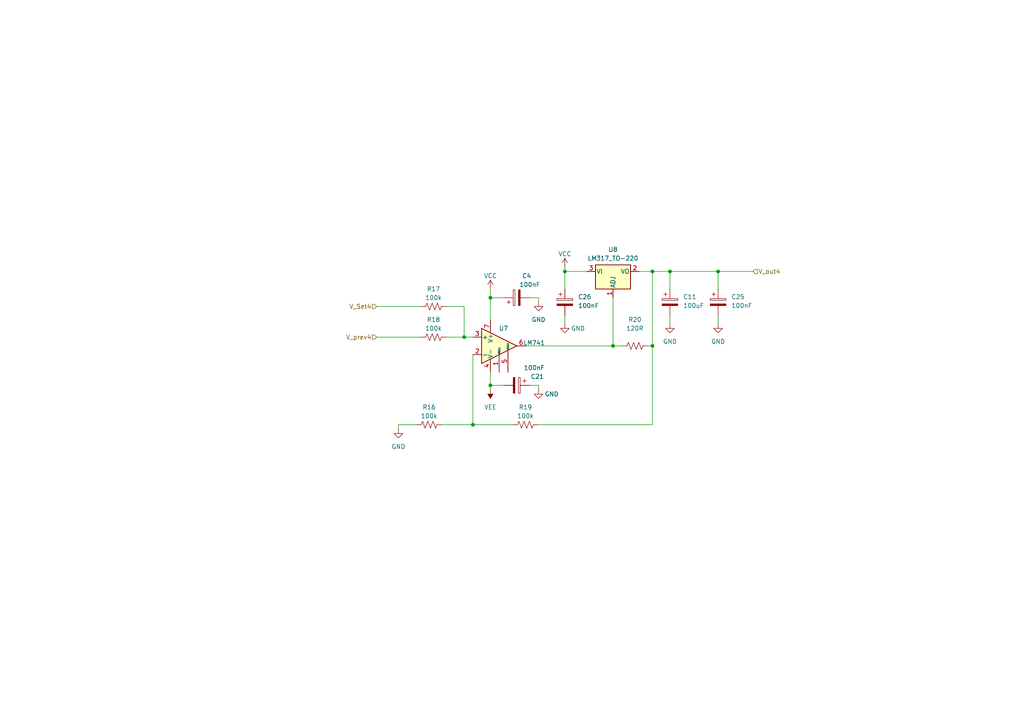
<source format=kicad_sch>
(kicad_sch
	(version 20231120)
	(generator "eeschema")
	(generator_version "8.0")
	(uuid "461d000b-cc0e-4dc2-8d75-3614a48afff0")
	(paper "A4")
	(title_block
		(company "Purdue ECET")
	)
	(lib_symbols
		(symbol "Amplifier_Operational:LM741"
			(pin_names
				(offset 0.127)
			)
			(exclude_from_sim no)
			(in_bom yes)
			(on_board yes)
			(property "Reference" "U"
				(at 0 6.35 0)
				(effects
					(font
						(size 1.27 1.27)
					)
					(justify left)
				)
			)
			(property "Value" "LM741"
				(at 0 3.81 0)
				(effects
					(font
						(size 1.27 1.27)
					)
					(justify left)
				)
			)
			(property "Footprint" ""
				(at 1.27 1.27 0)
				(effects
					(font
						(size 1.27 1.27)
					)
					(hide yes)
				)
			)
			(property "Datasheet" "http://www.ti.com/lit/ds/symlink/lm741.pdf"
				(at 3.81 3.81 0)
				(effects
					(font
						(size 1.27 1.27)
					)
					(hide yes)
				)
			)
			(property "Description" "Operational Amplifier, DIP-8/TO-99-8"
				(at 0 0 0)
				(effects
					(font
						(size 1.27 1.27)
					)
					(hide yes)
				)
			)
			(property "ki_keywords" "single opamp"
				(at 0 0 0)
				(effects
					(font
						(size 1.27 1.27)
					)
					(hide yes)
				)
			)
			(property "ki_fp_filters" "SOIC*3.9x4.9mm*P1.27mm* DIP*W7.62mm* TSSOP*3x3mm*P0.65mm*"
				(at 0 0 0)
				(effects
					(font
						(size 1.27 1.27)
					)
					(hide yes)
				)
			)
			(symbol "LM741_0_1"
				(polyline
					(pts
						(xy -5.08 5.08) (xy 5.08 0) (xy -5.08 -5.08) (xy -5.08 5.08)
					)
					(stroke
						(width 0.254)
						(type default)
					)
					(fill
						(type background)
					)
				)
			)
			(symbol "LM741_1_1"
				(pin input line
					(at 0 -7.62 90)
					(length 5.08)
					(name "NULL"
						(effects
							(font
								(size 0.508 0.508)
							)
						)
					)
					(number "1"
						(effects
							(font
								(size 1.27 1.27)
							)
						)
					)
				)
				(pin input line
					(at -7.62 -2.54 0)
					(length 2.54)
					(name "-"
						(effects
							(font
								(size 1.27 1.27)
							)
						)
					)
					(number "2"
						(effects
							(font
								(size 1.27 1.27)
							)
						)
					)
				)
				(pin input line
					(at -7.62 2.54 0)
					(length 2.54)
					(name "+"
						(effects
							(font
								(size 1.27 1.27)
							)
						)
					)
					(number "3"
						(effects
							(font
								(size 1.27 1.27)
							)
						)
					)
				)
				(pin power_in line
					(at -2.54 -7.62 90)
					(length 3.81)
					(name "V-"
						(effects
							(font
								(size 1.27 1.27)
							)
						)
					)
					(number "4"
						(effects
							(font
								(size 1.27 1.27)
							)
						)
					)
				)
				(pin input line
					(at 2.54 -7.62 90)
					(length 6.35)
					(name "NULL"
						(effects
							(font
								(size 0.508 0.508)
							)
						)
					)
					(number "5"
						(effects
							(font
								(size 1.27 1.27)
							)
						)
					)
				)
				(pin output line
					(at 7.62 0 180)
					(length 2.54)
					(name "~"
						(effects
							(font
								(size 1.27 1.27)
							)
						)
					)
					(number "6"
						(effects
							(font
								(size 1.27 1.27)
							)
						)
					)
				)
				(pin power_in line
					(at -2.54 7.62 270)
					(length 3.81)
					(name "V+"
						(effects
							(font
								(size 1.27 1.27)
							)
						)
					)
					(number "7"
						(effects
							(font
								(size 1.27 1.27)
							)
						)
					)
				)
				(pin no_connect line
					(at 0 2.54 270)
					(length 2.54) hide
					(name "NC"
						(effects
							(font
								(size 1.27 1.27)
							)
						)
					)
					(number "8"
						(effects
							(font
								(size 1.27 1.27)
							)
						)
					)
				)
			)
		)
		(symbol "Device:C_Polarized"
			(pin_numbers hide)
			(pin_names
				(offset 0.254)
			)
			(exclude_from_sim no)
			(in_bom yes)
			(on_board yes)
			(property "Reference" "C"
				(at 0.635 2.54 0)
				(effects
					(font
						(size 1.27 1.27)
					)
					(justify left)
				)
			)
			(property "Value" "C_Polarized"
				(at 0.635 -2.54 0)
				(effects
					(font
						(size 1.27 1.27)
					)
					(justify left)
				)
			)
			(property "Footprint" ""
				(at 0.9652 -3.81 0)
				(effects
					(font
						(size 1.27 1.27)
					)
					(hide yes)
				)
			)
			(property "Datasheet" "~"
				(at 0 0 0)
				(effects
					(font
						(size 1.27 1.27)
					)
					(hide yes)
				)
			)
			(property "Description" "Polarized capacitor"
				(at 0 0 0)
				(effects
					(font
						(size 1.27 1.27)
					)
					(hide yes)
				)
			)
			(property "ki_keywords" "cap capacitor"
				(at 0 0 0)
				(effects
					(font
						(size 1.27 1.27)
					)
					(hide yes)
				)
			)
			(property "ki_fp_filters" "CP_*"
				(at 0 0 0)
				(effects
					(font
						(size 1.27 1.27)
					)
					(hide yes)
				)
			)
			(symbol "C_Polarized_0_1"
				(rectangle
					(start -2.286 0.508)
					(end 2.286 1.016)
					(stroke
						(width 0)
						(type default)
					)
					(fill
						(type none)
					)
				)
				(polyline
					(pts
						(xy -1.778 2.286) (xy -0.762 2.286)
					)
					(stroke
						(width 0)
						(type default)
					)
					(fill
						(type none)
					)
				)
				(polyline
					(pts
						(xy -1.27 2.794) (xy -1.27 1.778)
					)
					(stroke
						(width 0)
						(type default)
					)
					(fill
						(type none)
					)
				)
				(rectangle
					(start 2.286 -0.508)
					(end -2.286 -1.016)
					(stroke
						(width 0)
						(type default)
					)
					(fill
						(type outline)
					)
				)
			)
			(symbol "C_Polarized_1_1"
				(pin passive line
					(at 0 3.81 270)
					(length 2.794)
					(name "~"
						(effects
							(font
								(size 1.27 1.27)
							)
						)
					)
					(number "1"
						(effects
							(font
								(size 1.27 1.27)
							)
						)
					)
				)
				(pin passive line
					(at 0 -3.81 90)
					(length 2.794)
					(name "~"
						(effects
							(font
								(size 1.27 1.27)
							)
						)
					)
					(number "2"
						(effects
							(font
								(size 1.27 1.27)
							)
						)
					)
				)
			)
		)
		(symbol "Device:R_US"
			(pin_numbers hide)
			(pin_names
				(offset 0)
			)
			(exclude_from_sim no)
			(in_bom yes)
			(on_board yes)
			(property "Reference" "R"
				(at 2.54 0 90)
				(effects
					(font
						(size 1.27 1.27)
					)
				)
			)
			(property "Value" "R_US"
				(at -2.54 0 90)
				(effects
					(font
						(size 1.27 1.27)
					)
				)
			)
			(property "Footprint" ""
				(at 1.016 -0.254 90)
				(effects
					(font
						(size 1.27 1.27)
					)
					(hide yes)
				)
			)
			(property "Datasheet" "~"
				(at 0 0 0)
				(effects
					(font
						(size 1.27 1.27)
					)
					(hide yes)
				)
			)
			(property "Description" "Resistor, US symbol"
				(at 0 0 0)
				(effects
					(font
						(size 1.27 1.27)
					)
					(hide yes)
				)
			)
			(property "ki_keywords" "R res resistor"
				(at 0 0 0)
				(effects
					(font
						(size 1.27 1.27)
					)
					(hide yes)
				)
			)
			(property "ki_fp_filters" "R_*"
				(at 0 0 0)
				(effects
					(font
						(size 1.27 1.27)
					)
					(hide yes)
				)
			)
			(symbol "R_US_0_1"
				(polyline
					(pts
						(xy 0 -2.286) (xy 0 -2.54)
					)
					(stroke
						(width 0)
						(type default)
					)
					(fill
						(type none)
					)
				)
				(polyline
					(pts
						(xy 0 2.286) (xy 0 2.54)
					)
					(stroke
						(width 0)
						(type default)
					)
					(fill
						(type none)
					)
				)
				(polyline
					(pts
						(xy 0 -0.762) (xy 1.016 -1.143) (xy 0 -1.524) (xy -1.016 -1.905) (xy 0 -2.286)
					)
					(stroke
						(width 0)
						(type default)
					)
					(fill
						(type none)
					)
				)
				(polyline
					(pts
						(xy 0 0.762) (xy 1.016 0.381) (xy 0 0) (xy -1.016 -0.381) (xy 0 -0.762)
					)
					(stroke
						(width 0)
						(type default)
					)
					(fill
						(type none)
					)
				)
				(polyline
					(pts
						(xy 0 2.286) (xy 1.016 1.905) (xy 0 1.524) (xy -1.016 1.143) (xy 0 0.762)
					)
					(stroke
						(width 0)
						(type default)
					)
					(fill
						(type none)
					)
				)
			)
			(symbol "R_US_1_1"
				(pin passive line
					(at 0 3.81 270)
					(length 1.27)
					(name "~"
						(effects
							(font
								(size 1.27 1.27)
							)
						)
					)
					(number "1"
						(effects
							(font
								(size 1.27 1.27)
							)
						)
					)
				)
				(pin passive line
					(at 0 -3.81 90)
					(length 1.27)
					(name "~"
						(effects
							(font
								(size 1.27 1.27)
							)
						)
					)
					(number "2"
						(effects
							(font
								(size 1.27 1.27)
							)
						)
					)
				)
			)
		)
		(symbol "Regulator_Linear:LM317_TO-220"
			(pin_names
				(offset 0.254)
			)
			(exclude_from_sim no)
			(in_bom yes)
			(on_board yes)
			(property "Reference" "U"
				(at -3.81 3.175 0)
				(effects
					(font
						(size 1.27 1.27)
					)
				)
			)
			(property "Value" "LM317_TO-220"
				(at 0 3.175 0)
				(effects
					(font
						(size 1.27 1.27)
					)
					(justify left)
				)
			)
			(property "Footprint" "Package_TO_SOT_THT:TO-220-3_Vertical"
				(at 0 6.35 0)
				(effects
					(font
						(size 1.27 1.27)
						(italic yes)
					)
					(hide yes)
				)
			)
			(property "Datasheet" "http://www.ti.com/lit/ds/symlink/lm317.pdf"
				(at 0 0 0)
				(effects
					(font
						(size 1.27 1.27)
					)
					(hide yes)
				)
			)
			(property "Description" "1.5A 35V Adjustable Linear Regulator, TO-220"
				(at 0 0 0)
				(effects
					(font
						(size 1.27 1.27)
					)
					(hide yes)
				)
			)
			(property "ki_keywords" "Adjustable Voltage Regulator 1A Positive"
				(at 0 0 0)
				(effects
					(font
						(size 1.27 1.27)
					)
					(hide yes)
				)
			)
			(property "ki_fp_filters" "TO?220*"
				(at 0 0 0)
				(effects
					(font
						(size 1.27 1.27)
					)
					(hide yes)
				)
			)
			(symbol "LM317_TO-220_0_1"
				(rectangle
					(start -5.08 1.905)
					(end 5.08 -5.08)
					(stroke
						(width 0.254)
						(type default)
					)
					(fill
						(type background)
					)
				)
			)
			(symbol "LM317_TO-220_1_1"
				(pin input line
					(at 0 -7.62 90)
					(length 2.54)
					(name "ADJ"
						(effects
							(font
								(size 1.27 1.27)
							)
						)
					)
					(number "1"
						(effects
							(font
								(size 1.27 1.27)
							)
						)
					)
				)
				(pin power_out line
					(at 7.62 0 180)
					(length 2.54)
					(name "VO"
						(effects
							(font
								(size 1.27 1.27)
							)
						)
					)
					(number "2"
						(effects
							(font
								(size 1.27 1.27)
							)
						)
					)
				)
				(pin power_in line
					(at -7.62 0 0)
					(length 2.54)
					(name "VI"
						(effects
							(font
								(size 1.27 1.27)
							)
						)
					)
					(number "3"
						(effects
							(font
								(size 1.27 1.27)
							)
						)
					)
				)
			)
		)
		(symbol "power:GND"
			(power)
			(pin_names
				(offset 0)
			)
			(exclude_from_sim no)
			(in_bom yes)
			(on_board yes)
			(property "Reference" "#PWR"
				(at 0 -6.35 0)
				(effects
					(font
						(size 1.27 1.27)
					)
					(hide yes)
				)
			)
			(property "Value" "GND"
				(at 0 -3.81 0)
				(effects
					(font
						(size 1.27 1.27)
					)
				)
			)
			(property "Footprint" ""
				(at 0 0 0)
				(effects
					(font
						(size 1.27 1.27)
					)
					(hide yes)
				)
			)
			(property "Datasheet" ""
				(at 0 0 0)
				(effects
					(font
						(size 1.27 1.27)
					)
					(hide yes)
				)
			)
			(property "Description" "Power symbol creates a global label with name \"GND\" , ground"
				(at 0 0 0)
				(effects
					(font
						(size 1.27 1.27)
					)
					(hide yes)
				)
			)
			(property "ki_keywords" "global power"
				(at 0 0 0)
				(effects
					(font
						(size 1.27 1.27)
					)
					(hide yes)
				)
			)
			(symbol "GND_0_1"
				(polyline
					(pts
						(xy 0 0) (xy 0 -1.27) (xy 1.27 -1.27) (xy 0 -2.54) (xy -1.27 -1.27) (xy 0 -1.27)
					)
					(stroke
						(width 0)
						(type default)
					)
					(fill
						(type none)
					)
				)
			)
			(symbol "GND_1_1"
				(pin power_in line
					(at 0 0 270)
					(length 0) hide
					(name "GND"
						(effects
							(font
								(size 1.27 1.27)
							)
						)
					)
					(number "1"
						(effects
							(font
								(size 1.27 1.27)
							)
						)
					)
				)
			)
		)
		(symbol "power:VCC"
			(power)
			(pin_names
				(offset 0)
			)
			(exclude_from_sim no)
			(in_bom yes)
			(on_board yes)
			(property "Reference" "#PWR"
				(at 0 -3.81 0)
				(effects
					(font
						(size 1.27 1.27)
					)
					(hide yes)
				)
			)
			(property "Value" "VCC"
				(at 0 3.81 0)
				(effects
					(font
						(size 1.27 1.27)
					)
				)
			)
			(property "Footprint" ""
				(at 0 0 0)
				(effects
					(font
						(size 1.27 1.27)
					)
					(hide yes)
				)
			)
			(property "Datasheet" ""
				(at 0 0 0)
				(effects
					(font
						(size 1.27 1.27)
					)
					(hide yes)
				)
			)
			(property "Description" "Power symbol creates a global label with name \"VCC\""
				(at 0 0 0)
				(effects
					(font
						(size 1.27 1.27)
					)
					(hide yes)
				)
			)
			(property "ki_keywords" "global power"
				(at 0 0 0)
				(effects
					(font
						(size 1.27 1.27)
					)
					(hide yes)
				)
			)
			(symbol "VCC_0_1"
				(polyline
					(pts
						(xy -0.762 1.27) (xy 0 2.54)
					)
					(stroke
						(width 0)
						(type default)
					)
					(fill
						(type none)
					)
				)
				(polyline
					(pts
						(xy 0 0) (xy 0 2.54)
					)
					(stroke
						(width 0)
						(type default)
					)
					(fill
						(type none)
					)
				)
				(polyline
					(pts
						(xy 0 2.54) (xy 0.762 1.27)
					)
					(stroke
						(width 0)
						(type default)
					)
					(fill
						(type none)
					)
				)
			)
			(symbol "VCC_1_1"
				(pin power_in line
					(at 0 0 90)
					(length 0) hide
					(name "VCC"
						(effects
							(font
								(size 1.27 1.27)
							)
						)
					)
					(number "1"
						(effects
							(font
								(size 1.27 1.27)
							)
						)
					)
				)
			)
		)
		(symbol "power:VEE"
			(power)
			(pin_names
				(offset 0)
			)
			(exclude_from_sim no)
			(in_bom yes)
			(on_board yes)
			(property "Reference" "#PWR"
				(at 0 -3.81 0)
				(effects
					(font
						(size 1.27 1.27)
					)
					(hide yes)
				)
			)
			(property "Value" "VEE"
				(at 0 3.81 0)
				(effects
					(font
						(size 1.27 1.27)
					)
				)
			)
			(property "Footprint" ""
				(at 0 0 0)
				(effects
					(font
						(size 1.27 1.27)
					)
					(hide yes)
				)
			)
			(property "Datasheet" ""
				(at 0 0 0)
				(effects
					(font
						(size 1.27 1.27)
					)
					(hide yes)
				)
			)
			(property "Description" "Power symbol creates a global label with name \"VEE\""
				(at 0 0 0)
				(effects
					(font
						(size 1.27 1.27)
					)
					(hide yes)
				)
			)
			(property "ki_keywords" "global power"
				(at 0 0 0)
				(effects
					(font
						(size 1.27 1.27)
					)
					(hide yes)
				)
			)
			(symbol "VEE_0_1"
				(polyline
					(pts
						(xy 0 0) (xy 0 2.54)
					)
					(stroke
						(width 0)
						(type default)
					)
					(fill
						(type none)
					)
				)
				(polyline
					(pts
						(xy 0.762 1.27) (xy -0.762 1.27) (xy 0 2.54) (xy 0.762 1.27)
					)
					(stroke
						(width 0)
						(type default)
					)
					(fill
						(type outline)
					)
				)
			)
			(symbol "VEE_1_1"
				(pin power_in line
					(at 0 0 90)
					(length 0) hide
					(name "VEE"
						(effects
							(font
								(size 1.27 1.27)
							)
						)
					)
					(number "1"
						(effects
							(font
								(size 1.27 1.27)
							)
						)
					)
				)
			)
		)
	)
	(junction
		(at 137.16 123.19)
		(diameter 0)
		(color 0 0 0 0)
		(uuid "037178c8-d764-42e0-88d1-e612d2f7bea5")
	)
	(junction
		(at 208.28 78.74)
		(diameter 0)
		(color 0 0 0 0)
		(uuid "058cde6b-994c-4b19-8363-f300971a1ad8")
	)
	(junction
		(at 189.23 78.74)
		(diameter 0)
		(color 0 0 0 0)
		(uuid "0eb43878-4e1a-4e51-9acd-89618275c124")
	)
	(junction
		(at 142.24 86.36)
		(diameter 0)
		(color 0 0 0 0)
		(uuid "2a553154-b0e6-4593-80a7-e3f5972b11ac")
	)
	(junction
		(at 177.8 100.33)
		(diameter 0)
		(color 0 0 0 0)
		(uuid "32351b88-120d-4969-9cd0-f558a78ab1c3")
	)
	(junction
		(at 134.62 97.79)
		(diameter 0)
		(color 0 0 0 0)
		(uuid "3abf1a36-5a32-47a2-863b-e33628845277")
	)
	(junction
		(at 194.31 78.74)
		(diameter 0)
		(color 0 0 0 0)
		(uuid "89bc25c5-2d7a-48c7-99b3-814802928290")
	)
	(junction
		(at 142.24 111.76)
		(diameter 0)
		(color 0 0 0 0)
		(uuid "9596337e-0218-41f2-a098-8c9100957880")
	)
	(junction
		(at 163.83 78.74)
		(diameter 0)
		(color 0 0 0 0)
		(uuid "ba9f053a-62e1-453c-b45b-e217304a1ba7")
	)
	(junction
		(at 189.23 100.33)
		(diameter 0)
		(color 0 0 0 0)
		(uuid "ea9fbcc0-feeb-4146-8375-fd8f4999cffd")
	)
	(wire
		(pts
			(xy 128.27 123.19) (xy 137.16 123.19)
		)
		(stroke
			(width 0)
			(type default)
		)
		(uuid "105a9612-5903-448e-900c-06c0272164e2")
	)
	(wire
		(pts
			(xy 189.23 123.19) (xy 189.23 100.33)
		)
		(stroke
			(width 0)
			(type default)
		)
		(uuid "10a4932f-fee7-4e77-9ed2-9a2f1ad72df3")
	)
	(wire
		(pts
			(xy 137.16 123.19) (xy 148.59 123.19)
		)
		(stroke
			(width 0)
			(type default)
		)
		(uuid "114e71ae-3e5a-445b-b999-4cf0568a61fa")
	)
	(wire
		(pts
			(xy 109.22 88.9) (xy 121.92 88.9)
		)
		(stroke
			(width 0)
			(type default)
		)
		(uuid "12aa1f91-b31d-4f98-adc7-64915e1e805a")
	)
	(wire
		(pts
			(xy 163.83 78.74) (xy 163.83 77.47)
		)
		(stroke
			(width 0)
			(type default)
		)
		(uuid "1daecd70-057f-44a8-80fd-b068072e67ac")
	)
	(wire
		(pts
			(xy 170.18 78.74) (xy 163.83 78.74)
		)
		(stroke
			(width 0)
			(type default)
		)
		(uuid "2673cee8-33bc-4c8d-9344-d124c1e3e7b6")
	)
	(wire
		(pts
			(xy 163.83 91.44) (xy 163.83 93.98)
		)
		(stroke
			(width 0)
			(type default)
		)
		(uuid "29735b3c-764b-444f-842b-f89956462054")
	)
	(wire
		(pts
			(xy 109.22 97.79) (xy 121.92 97.79)
		)
		(stroke
			(width 0)
			(type default)
		)
		(uuid "2ea4a586-e754-4ae7-8c0d-319debb22fc3")
	)
	(wire
		(pts
			(xy 194.31 91.44) (xy 194.31 93.98)
		)
		(stroke
			(width 0)
			(type default)
		)
		(uuid "33e69c39-2a09-44c7-904a-861db4c4ad38")
	)
	(wire
		(pts
			(xy 194.31 78.74) (xy 194.31 83.82)
		)
		(stroke
			(width 0)
			(type default)
		)
		(uuid "34fc2532-27f1-4d6d-9c73-5dc4572799f5")
	)
	(wire
		(pts
			(xy 156.21 113.03) (xy 156.21 111.76)
		)
		(stroke
			(width 0)
			(type default)
		)
		(uuid "3f721ee8-448b-4d69-8550-2a104c1ef69f")
	)
	(wire
		(pts
			(xy 129.54 88.9) (xy 134.62 88.9)
		)
		(stroke
			(width 0)
			(type default)
		)
		(uuid "54c78d72-4b2e-4ef5-8f5a-6b2b1252bf38")
	)
	(wire
		(pts
			(xy 177.8 86.36) (xy 177.8 100.33)
		)
		(stroke
			(width 0)
			(type default)
		)
		(uuid "5a0af0d5-f877-4f72-8838-76a390c7a43c")
	)
	(wire
		(pts
			(xy 180.34 100.33) (xy 177.8 100.33)
		)
		(stroke
			(width 0)
			(type default)
		)
		(uuid "5f454f5a-6d55-4a8e-865c-0f3ce4d85bb7")
	)
	(wire
		(pts
			(xy 115.57 123.19) (xy 115.57 124.46)
		)
		(stroke
			(width 0)
			(type default)
		)
		(uuid "600e9274-293a-4a97-922a-0d4db116d3e8")
	)
	(wire
		(pts
			(xy 142.24 86.36) (xy 142.24 92.71)
		)
		(stroke
			(width 0)
			(type default)
		)
		(uuid "69e227b7-3ba0-4bf0-b2ff-a0f02fe4f885")
	)
	(wire
		(pts
			(xy 156.21 86.36) (xy 153.67 86.36)
		)
		(stroke
			(width 0)
			(type default)
		)
		(uuid "8569d1a6-3417-4f2d-9113-9e2fea9dc939")
	)
	(wire
		(pts
			(xy 163.83 78.74) (xy 163.83 83.82)
		)
		(stroke
			(width 0)
			(type default)
		)
		(uuid "8b8b98bb-0c64-4995-8644-d7c82182edd6")
	)
	(wire
		(pts
			(xy 187.96 100.33) (xy 189.23 100.33)
		)
		(stroke
			(width 0)
			(type default)
		)
		(uuid "8bce2107-9648-4070-bf24-796007807312")
	)
	(wire
		(pts
			(xy 156.21 87.63) (xy 156.21 86.36)
		)
		(stroke
			(width 0)
			(type default)
		)
		(uuid "8d42c558-5667-41c4-b176-6241b342daad")
	)
	(wire
		(pts
			(xy 185.42 78.74) (xy 189.23 78.74)
		)
		(stroke
			(width 0)
			(type default)
		)
		(uuid "9cf32f16-e33a-4ec5-aeb8-6d39f5f3df74")
	)
	(wire
		(pts
			(xy 152.4 100.33) (xy 177.8 100.33)
		)
		(stroke
			(width 0)
			(type default)
		)
		(uuid "a0223b4d-6e27-4375-9adc-e30126457e72")
	)
	(wire
		(pts
			(xy 208.28 78.74) (xy 218.44 78.74)
		)
		(stroke
			(width 0)
			(type default)
		)
		(uuid "a44005b1-5e42-4e1c-bf0a-6a8b5a282f59")
	)
	(wire
		(pts
			(xy 142.24 111.76) (xy 142.24 113.03)
		)
		(stroke
			(width 0)
			(type default)
		)
		(uuid "af3ee51c-3670-471f-8795-540e98a862c5")
	)
	(wire
		(pts
			(xy 137.16 102.87) (xy 137.16 123.19)
		)
		(stroke
			(width 0)
			(type default)
		)
		(uuid "b30da90f-044a-4ead-89df-83a5ac2c40a6")
	)
	(wire
		(pts
			(xy 142.24 107.95) (xy 142.24 111.76)
		)
		(stroke
			(width 0)
			(type default)
		)
		(uuid "b3a16c14-ca98-4aa0-8730-8eaf0e69529b")
	)
	(wire
		(pts
			(xy 189.23 78.74) (xy 194.31 78.74)
		)
		(stroke
			(width 0)
			(type default)
		)
		(uuid "b3ed013d-172b-4b81-8e8f-baae8c662274")
	)
	(wire
		(pts
			(xy 134.62 97.79) (xy 137.16 97.79)
		)
		(stroke
			(width 0)
			(type default)
		)
		(uuid "b4da6dcc-ef77-4f45-b98d-3a1b025f8396")
	)
	(wire
		(pts
			(xy 156.21 123.19) (xy 189.23 123.19)
		)
		(stroke
			(width 0)
			(type default)
		)
		(uuid "c6993e3c-3ad2-4b01-986d-ebfe991b4d41")
	)
	(wire
		(pts
			(xy 156.21 111.76) (xy 153.67 111.76)
		)
		(stroke
			(width 0)
			(type default)
		)
		(uuid "c6c372cd-bcc7-42a1-9b52-de5e1b813a57")
	)
	(wire
		(pts
			(xy 142.24 83.82) (xy 142.24 86.36)
		)
		(stroke
			(width 0)
			(type default)
		)
		(uuid "d452ac1e-9f8c-4d9b-be25-3be6b240b456")
	)
	(wire
		(pts
			(xy 146.05 111.76) (xy 142.24 111.76)
		)
		(stroke
			(width 0)
			(type default)
		)
		(uuid "d5d425eb-8e1d-40de-bc32-e125a1d7305c")
	)
	(wire
		(pts
			(xy 208.28 78.74) (xy 208.28 83.82)
		)
		(stroke
			(width 0)
			(type default)
		)
		(uuid "d7f1d77a-cedb-4663-bff2-b288fa1c9212")
	)
	(wire
		(pts
			(xy 194.31 78.74) (xy 208.28 78.74)
		)
		(stroke
			(width 0)
			(type default)
		)
		(uuid "e67ed763-6af7-4ca5-b46e-c591dc6c70e2")
	)
	(wire
		(pts
			(xy 129.54 97.79) (xy 134.62 97.79)
		)
		(stroke
			(width 0)
			(type default)
		)
		(uuid "efcf394d-5c17-4297-89e7-5c4ba9cc8d5d")
	)
	(wire
		(pts
			(xy 189.23 78.74) (xy 189.23 100.33)
		)
		(stroke
			(width 0)
			(type default)
		)
		(uuid "f602ae34-1de4-4d43-90b6-a877250888e6")
	)
	(wire
		(pts
			(xy 208.28 91.44) (xy 208.28 93.98)
		)
		(stroke
			(width 0)
			(type default)
		)
		(uuid "f60e85b1-50a0-4993-b3a7-1e2230b5ef49")
	)
	(wire
		(pts
			(xy 120.65 123.19) (xy 115.57 123.19)
		)
		(stroke
			(width 0)
			(type default)
		)
		(uuid "fca0b7b4-3171-4d45-a71c-9224a9f27cb2")
	)
	(wire
		(pts
			(xy 134.62 88.9) (xy 134.62 97.79)
		)
		(stroke
			(width 0)
			(type default)
		)
		(uuid "fe046580-7489-4802-896e-f307633ba1b3")
	)
	(wire
		(pts
			(xy 142.24 86.36) (xy 146.05 86.36)
		)
		(stroke
			(width 0)
			(type default)
		)
		(uuid "fe06bd7d-5568-4827-9115-7708ac62ef53")
	)
	(hierarchical_label "V_Set4"
		(shape input)
		(at 109.22 88.9 180)
		(effects
			(font
				(size 1.27 1.27)
			)
			(justify right)
		)
		(uuid "159053a2-50ca-4a94-8422-aed6214db07b")
	)
	(hierarchical_label "V_prev4"
		(shape input)
		(at 109.22 97.79 180)
		(effects
			(font
				(size 1.27 1.27)
			)
			(justify right)
		)
		(uuid "87cbec00-b98f-4d95-bdb7-460f0daaac05")
	)
	(hierarchical_label "V_out4"
		(shape input)
		(at 218.44 78.74 0)
		(effects
			(font
				(size 1.27 1.27)
			)
			(justify left)
		)
		(uuid "b2ebe5ea-4ae3-47a3-a032-52fb574b15ba")
	)
	(symbol
		(lib_id "Device:R_US")
		(at 124.46 123.19 90)
		(unit 1)
		(exclude_from_sim no)
		(in_bom yes)
		(on_board yes)
		(dnp no)
		(fields_autoplaced yes)
		(uuid "0da66be4-40ae-47db-a3ab-f7c884ba5f0d")
		(property "Reference" "R16"
			(at 124.46 118.11 90)
			(effects
				(font
					(size 1.27 1.27)
				)
			)
		)
		(property "Value" "100k"
			(at 124.46 120.65 90)
			(effects
				(font
					(size 1.27 1.27)
				)
			)
		)
		(property "Footprint" "Resistor_THT:R_Axial_DIN0207_L6.3mm_D2.5mm_P10.16mm_Horizontal"
			(at 124.714 122.174 90)
			(effects
				(font
					(size 1.27 1.27)
				)
				(hide yes)
			)
		)
		(property "Datasheet" "~"
			(at 124.46 123.19 0)
			(effects
				(font
					(size 1.27 1.27)
				)
				(hide yes)
			)
		)
		(property "Description" ""
			(at 124.46 123.19 0)
			(effects
				(font
					(size 1.27 1.27)
				)
				(hide yes)
			)
		)
		(pin "1"
			(uuid "2e20211d-1f83-4978-b190-760931796535")
		)
		(pin "2"
			(uuid "dec2eb14-bafc-46e3-bc1b-01ccbb616706")
		)
		(instances
			(project "battery emulator design 0.1"
				(path "/eb54f7d9-731a-4a54-adbe-3a25c9be0c1a/02ef7e1a-6438-4479-b8f3-b0259d0fd246"
					(reference "R16")
					(unit 1)
				)
			)
		)
	)
	(symbol
		(lib_id "Device:C_Polarized")
		(at 149.86 86.36 90)
		(unit 1)
		(exclude_from_sim no)
		(in_bom yes)
		(on_board yes)
		(dnp no)
		(uuid "113db1bc-ef30-46be-a065-34f34996bee2")
		(property "Reference" "C4"
			(at 152.781 80.01 90)
			(effects
				(font
					(size 1.27 1.27)
				)
			)
		)
		(property "Value" "100nF"
			(at 153.67 82.55 90)
			(effects
				(font
					(size 1.27 1.27)
				)
			)
		)
		(property "Footprint" "Capacitor_THT:C_Disc_D3.4mm_W2.1mm_P2.50mm"
			(at 153.67 85.3948 0)
			(effects
				(font
					(size 1.27 1.27)
				)
				(hide yes)
			)
		)
		(property "Datasheet" "~"
			(at 149.86 86.36 0)
			(effects
				(font
					(size 1.27 1.27)
				)
				(hide yes)
			)
		)
		(property "Description" ""
			(at 149.86 86.36 0)
			(effects
				(font
					(size 1.27 1.27)
				)
				(hide yes)
			)
		)
		(pin "1"
			(uuid "574a4ffa-d87b-4e27-9a03-e58c4cafd4da")
		)
		(pin "2"
			(uuid "467b3d63-fdc6-4ea0-89f0-76e798199bf1")
		)
		(instances
			(project "battery emulator design 0.1"
				(path "/eb54f7d9-731a-4a54-adbe-3a25c9be0c1a/02ef7e1a-6438-4479-b8f3-b0259d0fd246"
					(reference "C4")
					(unit 1)
				)
			)
		)
	)
	(symbol
		(lib_id "power:VEE")
		(at 142.24 113.03 180)
		(unit 1)
		(exclude_from_sim no)
		(in_bom yes)
		(on_board yes)
		(dnp no)
		(fields_autoplaced yes)
		(uuid "150f82ab-9371-4740-bd80-758849a4f64b")
		(property "Reference" "#PWR018"
			(at 142.24 109.22 0)
			(effects
				(font
					(size 1.27 1.27)
				)
				(hide yes)
			)
		)
		(property "Value" "VEE"
			(at 142.24 118.11 0)
			(effects
				(font
					(size 1.27 1.27)
				)
			)
		)
		(property "Footprint" ""
			(at 142.24 113.03 0)
			(effects
				(font
					(size 1.27 1.27)
				)
				(hide yes)
			)
		)
		(property "Datasheet" ""
			(at 142.24 113.03 0)
			(effects
				(font
					(size 1.27 1.27)
				)
				(hide yes)
			)
		)
		(property "Description" ""
			(at 142.24 113.03 0)
			(effects
				(font
					(size 1.27 1.27)
				)
				(hide yes)
			)
		)
		(pin "1"
			(uuid "e17906de-b04f-4334-88e8-e945bc2e0a3e")
		)
		(instances
			(project "battery emulator design 0.1"
				(path "/eb54f7d9-731a-4a54-adbe-3a25c9be0c1a/02ef7e1a-6438-4479-b8f3-b0259d0fd246"
					(reference "#PWR018")
					(unit 1)
				)
			)
		)
	)
	(symbol
		(lib_id "Device:R_US")
		(at 125.73 88.9 90)
		(unit 1)
		(exclude_from_sim no)
		(in_bom yes)
		(on_board yes)
		(dnp no)
		(fields_autoplaced yes)
		(uuid "16ee1152-ebfe-4d52-8629-a0e2d07974ec")
		(property "Reference" "R17"
			(at 125.73 83.82 90)
			(effects
				(font
					(size 1.27 1.27)
				)
			)
		)
		(property "Value" "100k"
			(at 125.73 86.36 90)
			(effects
				(font
					(size 1.27 1.27)
				)
			)
		)
		(property "Footprint" "Resistor_THT:R_Axial_DIN0207_L6.3mm_D2.5mm_P10.16mm_Horizontal"
			(at 125.984 87.884 90)
			(effects
				(font
					(size 1.27 1.27)
				)
				(hide yes)
			)
		)
		(property "Datasheet" "~"
			(at 125.73 88.9 0)
			(effects
				(font
					(size 1.27 1.27)
				)
				(hide yes)
			)
		)
		(property "Description" ""
			(at 125.73 88.9 0)
			(effects
				(font
					(size 1.27 1.27)
				)
				(hide yes)
			)
		)
		(pin "1"
			(uuid "fe6131e2-cb9b-4a9e-8c26-50056e1fa9ac")
		)
		(pin "2"
			(uuid "9820d784-fd31-4de1-af2d-818c7a6760d8")
		)
		(instances
			(project "battery emulator design 0.1"
				(path "/eb54f7d9-731a-4a54-adbe-3a25c9be0c1a/02ef7e1a-6438-4479-b8f3-b0259d0fd246"
					(reference "R17")
					(unit 1)
				)
			)
		)
	)
	(symbol
		(lib_id "Device:C_Polarized")
		(at 163.83 87.63 0)
		(unit 1)
		(exclude_from_sim no)
		(in_bom yes)
		(on_board yes)
		(dnp no)
		(fields_autoplaced yes)
		(uuid "18ba56b6-72a3-42da-a4e7-d6e43865be78")
		(property "Reference" "C26"
			(at 167.64 86.106 0)
			(effects
				(font
					(size 1.27 1.27)
				)
				(justify left)
			)
		)
		(property "Value" "100nF"
			(at 167.64 88.646 0)
			(effects
				(font
					(size 1.27 1.27)
				)
				(justify left)
			)
		)
		(property "Footprint" "Capacitor_THT:C_Disc_D3.4mm_W2.1mm_P2.50mm"
			(at 164.7952 91.44 0)
			(effects
				(font
					(size 1.27 1.27)
				)
				(hide yes)
			)
		)
		(property "Datasheet" "~"
			(at 163.83 87.63 0)
			(effects
				(font
					(size 1.27 1.27)
				)
				(hide yes)
			)
		)
		(property "Description" ""
			(at 163.83 87.63 0)
			(effects
				(font
					(size 1.27 1.27)
				)
				(hide yes)
			)
		)
		(pin "1"
			(uuid "b559acc8-7d98-4746-8379-aa25455bb619")
		)
		(pin "2"
			(uuid "5e1d3a8c-fcb4-4337-a634-8431119bf910")
		)
		(instances
			(project "battery emulator design 0.1"
				(path "/eb54f7d9-731a-4a54-adbe-3a25c9be0c1a/02ef7e1a-6438-4479-b8f3-b0259d0fd246"
					(reference "C26")
					(unit 1)
				)
			)
		)
	)
	(symbol
		(lib_id "power:GND")
		(at 156.21 113.03 0)
		(unit 1)
		(exclude_from_sim no)
		(in_bom yes)
		(on_board yes)
		(dnp no)
		(uuid "1bb10562-06f5-47fc-8115-8773511d8303")
		(property "Reference" "#PWR048"
			(at 156.21 119.38 0)
			(effects
				(font
					(size 1.27 1.27)
				)
				(hide yes)
			)
		)
		(property "Value" "GND"
			(at 160.02 114.3 0)
			(effects
				(font
					(size 1.27 1.27)
				)
			)
		)
		(property "Footprint" ""
			(at 156.21 113.03 0)
			(effects
				(font
					(size 1.27 1.27)
				)
				(hide yes)
			)
		)
		(property "Datasheet" ""
			(at 156.21 113.03 0)
			(effects
				(font
					(size 1.27 1.27)
				)
				(hide yes)
			)
		)
		(property "Description" ""
			(at 156.21 113.03 0)
			(effects
				(font
					(size 1.27 1.27)
				)
				(hide yes)
			)
		)
		(pin "1"
			(uuid "85fb57e4-0057-4d8c-9ae1-1387227828d8")
		)
		(instances
			(project "battery emulator design 0.1"
				(path "/eb54f7d9-731a-4a54-adbe-3a25c9be0c1a/02ef7e1a-6438-4479-b8f3-b0259d0fd246"
					(reference "#PWR048")
					(unit 1)
				)
			)
		)
	)
	(symbol
		(lib_id "Regulator_Linear:LM317_TO-220")
		(at 177.8 78.74 0)
		(unit 1)
		(exclude_from_sim no)
		(in_bom yes)
		(on_board yes)
		(dnp no)
		(fields_autoplaced yes)
		(uuid "1d247727-1a81-41e0-bbb9-ca31ed61f0a2")
		(property "Reference" "U8"
			(at 177.8 72.39 0)
			(effects
				(font
					(size 1.27 1.27)
				)
			)
		)
		(property "Value" "LM317_TO-220"
			(at 177.8 74.93 0)
			(effects
				(font
					(size 1.27 1.27)
				)
			)
		)
		(property "Footprint" "Package_TO_SOT_THT:TO-220-3_Vertical"
			(at 177.8 72.39 0)
			(effects
				(font
					(size 1.27 1.27)
					(italic yes)
				)
				(hide yes)
			)
		)
		(property "Datasheet" "http://www.ti.com/lit/ds/symlink/lm317.pdf"
			(at 177.8 78.74 0)
			(effects
				(font
					(size 1.27 1.27)
				)
				(hide yes)
			)
		)
		(property "Description" ""
			(at 177.8 78.74 0)
			(effects
				(font
					(size 1.27 1.27)
				)
				(hide yes)
			)
		)
		(pin "1"
			(uuid "1dcfba74-42d4-407a-a1c9-9c4d8d546ee4")
		)
		(pin "2"
			(uuid "b470b8a6-6d44-4249-a15c-431f2ed0d03b")
		)
		(pin "3"
			(uuid "bbf943b5-99a4-4aef-b270-1a5b46070ceb")
		)
		(instances
			(project "battery emulator design 0.1"
				(path "/eb54f7d9-731a-4a54-adbe-3a25c9be0c1a/02ef7e1a-6438-4479-b8f3-b0259d0fd246"
					(reference "U8")
					(unit 1)
				)
			)
		)
	)
	(symbol
		(lib_id "Device:R_US")
		(at 152.4 123.19 90)
		(unit 1)
		(exclude_from_sim no)
		(in_bom yes)
		(on_board yes)
		(dnp no)
		(fields_autoplaced yes)
		(uuid "1f1ecf48-32d9-460e-b686-fe01b703ac18")
		(property "Reference" "R19"
			(at 152.4 118.11 90)
			(effects
				(font
					(size 1.27 1.27)
				)
			)
		)
		(property "Value" "100k"
			(at 152.4 120.65 90)
			(effects
				(font
					(size 1.27 1.27)
				)
			)
		)
		(property "Footprint" "Resistor_THT:R_Axial_DIN0207_L6.3mm_D2.5mm_P10.16mm_Horizontal"
			(at 152.654 122.174 90)
			(effects
				(font
					(size 1.27 1.27)
				)
				(hide yes)
			)
		)
		(property "Datasheet" "~"
			(at 152.4 123.19 0)
			(effects
				(font
					(size 1.27 1.27)
				)
				(hide yes)
			)
		)
		(property "Description" ""
			(at 152.4 123.19 0)
			(effects
				(font
					(size 1.27 1.27)
				)
				(hide yes)
			)
		)
		(pin "1"
			(uuid "b284c75c-aba4-4bc3-9c59-b72d19ba24c8")
		)
		(pin "2"
			(uuid "851632dd-1311-467a-8880-3f075137e141")
		)
		(instances
			(project "battery emulator design 0.1"
				(path "/eb54f7d9-731a-4a54-adbe-3a25c9be0c1a/02ef7e1a-6438-4479-b8f3-b0259d0fd246"
					(reference "R19")
					(unit 1)
				)
			)
		)
	)
	(symbol
		(lib_id "power:GND")
		(at 115.57 124.46 0)
		(unit 1)
		(exclude_from_sim no)
		(in_bom yes)
		(on_board yes)
		(dnp no)
		(fields_autoplaced yes)
		(uuid "29710d5c-0ab0-4447-b363-7ad0bcd90137")
		(property "Reference" "#PWR016"
			(at 115.57 130.81 0)
			(effects
				(font
					(size 1.27 1.27)
				)
				(hide yes)
			)
		)
		(property "Value" "GND"
			(at 115.57 129.54 0)
			(effects
				(font
					(size 1.27 1.27)
				)
			)
		)
		(property "Footprint" ""
			(at 115.57 124.46 0)
			(effects
				(font
					(size 1.27 1.27)
				)
				(hide yes)
			)
		)
		(property "Datasheet" ""
			(at 115.57 124.46 0)
			(effects
				(font
					(size 1.27 1.27)
				)
				(hide yes)
			)
		)
		(property "Description" ""
			(at 115.57 124.46 0)
			(effects
				(font
					(size 1.27 1.27)
				)
				(hide yes)
			)
		)
		(pin "1"
			(uuid "8e4aa701-989d-4194-8575-b9c85d7ae08c")
		)
		(instances
			(project "battery emulator design 0.1"
				(path "/eb54f7d9-731a-4a54-adbe-3a25c9be0c1a/02ef7e1a-6438-4479-b8f3-b0259d0fd246"
					(reference "#PWR016")
					(unit 1)
				)
			)
		)
	)
	(symbol
		(lib_id "power:GND")
		(at 156.21 87.63 0)
		(unit 1)
		(exclude_from_sim no)
		(in_bom yes)
		(on_board yes)
		(dnp no)
		(fields_autoplaced yes)
		(uuid "305f6778-33d1-4115-8b55-4279cb7ae43b")
		(property "Reference" "#PWR019"
			(at 156.21 93.98 0)
			(effects
				(font
					(size 1.27 1.27)
				)
				(hide yes)
			)
		)
		(property "Value" "GND"
			(at 156.21 92.71 0)
			(effects
				(font
					(size 1.27 1.27)
				)
			)
		)
		(property "Footprint" ""
			(at 156.21 87.63 0)
			(effects
				(font
					(size 1.27 1.27)
				)
				(hide yes)
			)
		)
		(property "Datasheet" ""
			(at 156.21 87.63 0)
			(effects
				(font
					(size 1.27 1.27)
				)
				(hide yes)
			)
		)
		(property "Description" ""
			(at 156.21 87.63 0)
			(effects
				(font
					(size 1.27 1.27)
				)
				(hide yes)
			)
		)
		(pin "1"
			(uuid "cce1385f-7c7d-4592-8f2b-3c7e69df3bb5")
		)
		(instances
			(project "battery emulator design 0.1"
				(path "/eb54f7d9-731a-4a54-adbe-3a25c9be0c1a/02ef7e1a-6438-4479-b8f3-b0259d0fd246"
					(reference "#PWR019")
					(unit 1)
				)
			)
		)
	)
	(symbol
		(lib_id "power:GND")
		(at 208.28 93.98 0)
		(unit 1)
		(exclude_from_sim no)
		(in_bom yes)
		(on_board yes)
		(dnp no)
		(fields_autoplaced yes)
		(uuid "31e67cbd-3eff-4833-9c27-3cde10c35048")
		(property "Reference" "#PWR052"
			(at 208.28 100.33 0)
			(effects
				(font
					(size 1.27 1.27)
				)
				(hide yes)
			)
		)
		(property "Value" "GND"
			(at 208.28 99.06 0)
			(effects
				(font
					(size 1.27 1.27)
				)
			)
		)
		(property "Footprint" ""
			(at 208.28 93.98 0)
			(effects
				(font
					(size 1.27 1.27)
				)
				(hide yes)
			)
		)
		(property "Datasheet" ""
			(at 208.28 93.98 0)
			(effects
				(font
					(size 1.27 1.27)
				)
				(hide yes)
			)
		)
		(property "Description" ""
			(at 208.28 93.98 0)
			(effects
				(font
					(size 1.27 1.27)
				)
				(hide yes)
			)
		)
		(pin "1"
			(uuid "62e127d9-d863-4d21-9818-60a15f25c488")
		)
		(instances
			(project "battery emulator design 0.1"
				(path "/eb54f7d9-731a-4a54-adbe-3a25c9be0c1a/02ef7e1a-6438-4479-b8f3-b0259d0fd246"
					(reference "#PWR052")
					(unit 1)
				)
			)
		)
	)
	(symbol
		(lib_id "power:GND")
		(at 194.31 93.98 0)
		(unit 1)
		(exclude_from_sim no)
		(in_bom yes)
		(on_board yes)
		(dnp no)
		(fields_autoplaced yes)
		(uuid "73aacf04-49c8-4366-a477-9fe05b5d9fef")
		(property "Reference" "#PWR029"
			(at 194.31 100.33 0)
			(effects
				(font
					(size 1.27 1.27)
				)
				(hide yes)
			)
		)
		(property "Value" "GND"
			(at 194.31 99.06 0)
			(effects
				(font
					(size 1.27 1.27)
				)
			)
		)
		(property "Footprint" ""
			(at 194.31 93.98 0)
			(effects
				(font
					(size 1.27 1.27)
				)
				(hide yes)
			)
		)
		(property "Datasheet" ""
			(at 194.31 93.98 0)
			(effects
				(font
					(size 1.27 1.27)
				)
				(hide yes)
			)
		)
		(property "Description" ""
			(at 194.31 93.98 0)
			(effects
				(font
					(size 1.27 1.27)
				)
				(hide yes)
			)
		)
		(pin "1"
			(uuid "f6430fa8-72f8-49e5-85b7-6b41ddd1c690")
		)
		(instances
			(project "battery emulator design 0.1"
				(path "/eb54f7d9-731a-4a54-adbe-3a25c9be0c1a/02ef7e1a-6438-4479-b8f3-b0259d0fd246"
					(reference "#PWR029")
					(unit 1)
				)
			)
		)
	)
	(symbol
		(lib_id "Device:R_US")
		(at 125.73 97.79 90)
		(unit 1)
		(exclude_from_sim no)
		(in_bom yes)
		(on_board yes)
		(dnp no)
		(fields_autoplaced yes)
		(uuid "80fb1ac8-97f7-4df1-98de-fa3cec58a268")
		(property "Reference" "R18"
			(at 125.73 92.71 90)
			(effects
				(font
					(size 1.27 1.27)
				)
			)
		)
		(property "Value" "100k"
			(at 125.73 95.25 90)
			(effects
				(font
					(size 1.27 1.27)
				)
			)
		)
		(property "Footprint" "Resistor_THT:R_Axial_DIN0207_L6.3mm_D2.5mm_P10.16mm_Horizontal"
			(at 125.984 96.774 90)
			(effects
				(font
					(size 1.27 1.27)
				)
				(hide yes)
			)
		)
		(property "Datasheet" "~"
			(at 125.73 97.79 0)
			(effects
				(font
					(size 1.27 1.27)
				)
				(hide yes)
			)
		)
		(property "Description" ""
			(at 125.73 97.79 0)
			(effects
				(font
					(size 1.27 1.27)
				)
				(hide yes)
			)
		)
		(pin "1"
			(uuid "3412a5a9-d2a0-472a-ad26-16769847656e")
		)
		(pin "2"
			(uuid "3207ada7-7545-48be-be30-1247f55969bc")
		)
		(instances
			(project "battery emulator design 0.1"
				(path "/eb54f7d9-731a-4a54-adbe-3a25c9be0c1a/02ef7e1a-6438-4479-b8f3-b0259d0fd246"
					(reference "R18")
					(unit 1)
				)
			)
		)
	)
	(symbol
		(lib_id "Device:C_Polarized")
		(at 208.28 87.63 0)
		(unit 1)
		(exclude_from_sim no)
		(in_bom yes)
		(on_board yes)
		(dnp no)
		(fields_autoplaced yes)
		(uuid "aaef0e60-8238-4073-abd3-0d6970b5718e")
		(property "Reference" "C25"
			(at 212.09 86.106 0)
			(effects
				(font
					(size 1.27 1.27)
				)
				(justify left)
			)
		)
		(property "Value" "100nF"
			(at 212.09 88.646 0)
			(effects
				(font
					(size 1.27 1.27)
				)
				(justify left)
			)
		)
		(property "Footprint" "Capacitor_THT:C_Disc_D3.4mm_W2.1mm_P2.50mm"
			(at 209.2452 91.44 0)
			(effects
				(font
					(size 1.27 1.27)
				)
				(hide yes)
			)
		)
		(property "Datasheet" "~"
			(at 208.28 87.63 0)
			(effects
				(font
					(size 1.27 1.27)
				)
				(hide yes)
			)
		)
		(property "Description" ""
			(at 208.28 87.63 0)
			(effects
				(font
					(size 1.27 1.27)
				)
				(hide yes)
			)
		)
		(pin "1"
			(uuid "6cb16590-8153-4f6a-8d01-830ccf127213")
		)
		(pin "2"
			(uuid "fdbedadf-9eb9-48be-b0b2-660f0c02c50a")
		)
		(instances
			(project "battery emulator design 0.1"
				(path "/eb54f7d9-731a-4a54-adbe-3a25c9be0c1a/02ef7e1a-6438-4479-b8f3-b0259d0fd246"
					(reference "C25")
					(unit 1)
				)
			)
		)
	)
	(symbol
		(lib_id "power:GND")
		(at 163.83 93.98 0)
		(unit 1)
		(exclude_from_sim no)
		(in_bom yes)
		(on_board yes)
		(dnp no)
		(uuid "acccc23e-7425-4322-bb7b-4fb7e7166fc3")
		(property "Reference" "#PWR053"
			(at 163.83 100.33 0)
			(effects
				(font
					(size 1.27 1.27)
				)
				(hide yes)
			)
		)
		(property "Value" "GND"
			(at 167.64 95.25 0)
			(effects
				(font
					(size 1.27 1.27)
				)
			)
		)
		(property "Footprint" ""
			(at 163.83 93.98 0)
			(effects
				(font
					(size 1.27 1.27)
				)
				(hide yes)
			)
		)
		(property "Datasheet" ""
			(at 163.83 93.98 0)
			(effects
				(font
					(size 1.27 1.27)
				)
				(hide yes)
			)
		)
		(property "Description" ""
			(at 163.83 93.98 0)
			(effects
				(font
					(size 1.27 1.27)
				)
				(hide yes)
			)
		)
		(pin "1"
			(uuid "6f794758-53c8-49e3-a336-a58d8d4f1d2e")
		)
		(instances
			(project "battery emulator design 0.1"
				(path "/eb54f7d9-731a-4a54-adbe-3a25c9be0c1a/02ef7e1a-6438-4479-b8f3-b0259d0fd246"
					(reference "#PWR053")
					(unit 1)
				)
			)
		)
	)
	(symbol
		(lib_id "Amplifier_Operational:LM741")
		(at 144.78 100.33 0)
		(unit 1)
		(exclude_from_sim no)
		(in_bom yes)
		(on_board yes)
		(dnp no)
		(uuid "bf2690e6-b471-4aad-a2f5-f98f21dab98d")
		(property "Reference" "U7"
			(at 146.05 95.25 0)
			(effects
				(font
					(size 1.27 1.27)
				)
			)
		)
		(property "Value" "LM741"
			(at 154.94 99.4411 0)
			(effects
				(font
					(size 1.27 1.27)
				)
			)
		)
		(property "Footprint" "Package_DIP:DIP-8_W7.62mm_LongPads"
			(at 146.05 99.06 0)
			(effects
				(font
					(size 1.27 1.27)
				)
				(hide yes)
			)
		)
		(property "Datasheet" "http://www.ti.com/lit/ds/symlink/lm741.pdf"
			(at 148.59 96.52 0)
			(effects
				(font
					(size 1.27 1.27)
				)
				(hide yes)
			)
		)
		(property "Description" ""
			(at 144.78 100.33 0)
			(effects
				(font
					(size 1.27 1.27)
				)
				(hide yes)
			)
		)
		(pin "1"
			(uuid "3b4b8752-fadd-40c1-9daa-a4338bbd2e5d")
		)
		(pin "2"
			(uuid "5c83fe09-e044-4ce4-9057-110ef3855ebd")
		)
		(pin "3"
			(uuid "f7f40f29-9c67-4a76-9c76-42911733bc0e")
		)
		(pin "4"
			(uuid "2d5ae89f-a6a1-4ecb-aa94-16d4f54bfbbb")
		)
		(pin "5"
			(uuid "4f10edf4-a991-4a6b-a22b-db2fde338bb7")
		)
		(pin "6"
			(uuid "d6bd7a9c-451d-400f-b1fb-daf013a53e6c")
		)
		(pin "7"
			(uuid "b2feb489-572f-43e9-8c60-a652d1fc7082")
		)
		(pin "8"
			(uuid "820bb439-f571-4c4f-934a-4587e3c912dc")
		)
		(instances
			(project "battery emulator design 0.1"
				(path "/eb54f7d9-731a-4a54-adbe-3a25c9be0c1a/02ef7e1a-6438-4479-b8f3-b0259d0fd246"
					(reference "U7")
					(unit 1)
				)
			)
		)
	)
	(symbol
		(lib_id "Device:C_Polarized")
		(at 194.31 87.63 0)
		(unit 1)
		(exclude_from_sim no)
		(in_bom yes)
		(on_board yes)
		(dnp no)
		(fields_autoplaced yes)
		(uuid "c470d863-f5ef-49ba-a459-cd47ec406060")
		(property "Reference" "C11"
			(at 198.12 86.106 0)
			(effects
				(font
					(size 1.27 1.27)
				)
				(justify left)
			)
		)
		(property "Value" "100uF"
			(at 198.12 88.646 0)
			(effects
				(font
					(size 1.27 1.27)
				)
				(justify left)
			)
		)
		(property "Footprint" "Capacitor_THT:CP_Radial_D7.5mm_P2.50mm"
			(at 195.2752 91.44 0)
			(effects
				(font
					(size 1.27 1.27)
				)
				(hide yes)
			)
		)
		(property "Datasheet" "~"
			(at 194.31 87.63 0)
			(effects
				(font
					(size 1.27 1.27)
				)
				(hide yes)
			)
		)
		(property "Description" ""
			(at 194.31 87.63 0)
			(effects
				(font
					(size 1.27 1.27)
				)
				(hide yes)
			)
		)
		(pin "1"
			(uuid "a3738b88-d0bb-496f-b2d1-ba173db22152")
		)
		(pin "2"
			(uuid "fce78959-a945-41f9-a18c-917ab319b32e")
		)
		(instances
			(project "battery emulator design 0.1"
				(path "/eb54f7d9-731a-4a54-adbe-3a25c9be0c1a/02ef7e1a-6438-4479-b8f3-b0259d0fd246"
					(reference "C11")
					(unit 1)
				)
			)
		)
	)
	(symbol
		(lib_id "power:VCC")
		(at 163.83 77.47 0)
		(unit 1)
		(exclude_from_sim no)
		(in_bom yes)
		(on_board yes)
		(dnp no)
		(fields_autoplaced yes)
		(uuid "c908f823-259d-49c1-bf8d-6a804753dc0a")
		(property "Reference" "#PWR020"
			(at 163.83 81.28 0)
			(effects
				(font
					(size 1.27 1.27)
				)
				(hide yes)
			)
		)
		(property "Value" "VCC"
			(at 163.83 73.66 0)
			(effects
				(font
					(size 1.27 1.27)
				)
			)
		)
		(property "Footprint" ""
			(at 163.83 77.47 0)
			(effects
				(font
					(size 1.27 1.27)
				)
				(hide yes)
			)
		)
		(property "Datasheet" ""
			(at 163.83 77.47 0)
			(effects
				(font
					(size 1.27 1.27)
				)
				(hide yes)
			)
		)
		(property "Description" ""
			(at 163.83 77.47 0)
			(effects
				(font
					(size 1.27 1.27)
				)
				(hide yes)
			)
		)
		(pin "1"
			(uuid "6381dccd-3d72-4fb9-8533-aac5109309e0")
		)
		(instances
			(project "battery emulator design 0.1"
				(path "/eb54f7d9-731a-4a54-adbe-3a25c9be0c1a/02ef7e1a-6438-4479-b8f3-b0259d0fd246"
					(reference "#PWR020")
					(unit 1)
				)
			)
		)
	)
	(symbol
		(lib_id "power:VCC")
		(at 142.24 83.82 0)
		(unit 1)
		(exclude_from_sim no)
		(in_bom yes)
		(on_board yes)
		(dnp no)
		(fields_autoplaced yes)
		(uuid "caaada34-c9ef-4f88-a39b-48392662972d")
		(property "Reference" "#PWR017"
			(at 142.24 87.63 0)
			(effects
				(font
					(size 1.27 1.27)
				)
				(hide yes)
			)
		)
		(property "Value" "VCC"
			(at 142.24 80.01 0)
			(effects
				(font
					(size 1.27 1.27)
				)
			)
		)
		(property "Footprint" ""
			(at 142.24 83.82 0)
			(effects
				(font
					(size 1.27 1.27)
				)
				(hide yes)
			)
		)
		(property "Datasheet" ""
			(at 142.24 83.82 0)
			(effects
				(font
					(size 1.27 1.27)
				)
				(hide yes)
			)
		)
		(property "Description" ""
			(at 142.24 83.82 0)
			(effects
				(font
					(size 1.27 1.27)
				)
				(hide yes)
			)
		)
		(pin "1"
			(uuid "5e51787a-e6b8-4c07-989d-7e8b9c8ff972")
		)
		(instances
			(project "battery emulator design 0.1"
				(path "/eb54f7d9-731a-4a54-adbe-3a25c9be0c1a/02ef7e1a-6438-4479-b8f3-b0259d0fd246"
					(reference "#PWR017")
					(unit 1)
				)
			)
		)
	)
	(symbol
		(lib_id "Device:R_US")
		(at 184.15 100.33 270)
		(unit 1)
		(exclude_from_sim no)
		(in_bom yes)
		(on_board yes)
		(dnp no)
		(uuid "d35a67c8-c2ec-4ac0-8556-1da9e616f49b")
		(property "Reference" "R20"
			(at 184.15 92.71 90)
			(effects
				(font
					(size 1.27 1.27)
				)
			)
		)
		(property "Value" "120R"
			(at 184.15 95.25 90)
			(effects
				(font
					(size 1.27 1.27)
				)
			)
		)
		(property "Footprint" "Resistor_THT:R_Axial_DIN0207_L6.3mm_D2.5mm_P10.16mm_Horizontal"
			(at 183.896 101.346 90)
			(effects
				(font
					(size 1.27 1.27)
				)
				(hide yes)
			)
		)
		(property "Datasheet" "~"
			(at 184.15 100.33 0)
			(effects
				(font
					(size 1.27 1.27)
				)
				(hide yes)
			)
		)
		(property "Description" ""
			(at 184.15 100.33 0)
			(effects
				(font
					(size 1.27 1.27)
				)
				(hide yes)
			)
		)
		(pin "1"
			(uuid "7313a7b1-0e31-4005-8c9e-a96889a06678")
		)
		(pin "2"
			(uuid "008f50dc-e8de-4012-be07-b20b3774305d")
		)
		(instances
			(project "battery emulator design 0.1"
				(path "/eb54f7d9-731a-4a54-adbe-3a25c9be0c1a/02ef7e1a-6438-4479-b8f3-b0259d0fd246"
					(reference "R20")
					(unit 1)
				)
			)
		)
	)
	(symbol
		(lib_id "Device:C_Polarized")
		(at 149.86 111.76 270)
		(unit 1)
		(exclude_from_sim no)
		(in_bom yes)
		(on_board yes)
		(dnp no)
		(uuid "e5ebf347-73e7-4b85-bafd-c1b530dc507f")
		(property "Reference" "C21"
			(at 155.829 109.22 90)
			(effects
				(font
					(size 1.27 1.27)
				)
			)
		)
		(property "Value" "100nF"
			(at 154.94 106.68 90)
			(effects
				(font
					(size 1.27 1.27)
				)
			)
		)
		(property "Footprint" "Capacitor_THT:C_Disc_D3.4mm_W2.1mm_P2.50mm"
			(at 146.05 112.7252 0)
			(effects
				(font
					(size 1.27 1.27)
				)
				(hide yes)
			)
		)
		(property "Datasheet" "~"
			(at 149.86 111.76 0)
			(effects
				(font
					(size 1.27 1.27)
				)
				(hide yes)
			)
		)
		(property "Description" ""
			(at 149.86 111.76 0)
			(effects
				(font
					(size 1.27 1.27)
				)
				(hide yes)
			)
		)
		(pin "1"
			(uuid "7984b5f1-3ca3-49be-bff2-1ada3142ccb2")
		)
		(pin "2"
			(uuid "335786d7-ae02-4d3b-8048-b4b65f8bd030")
		)
		(instances
			(project "battery emulator design 0.1"
				(path "/eb54f7d9-731a-4a54-adbe-3a25c9be0c1a/02ef7e1a-6438-4479-b8f3-b0259d0fd246"
					(reference "C21")
					(unit 1)
				)
			)
		)
	)
)

</source>
